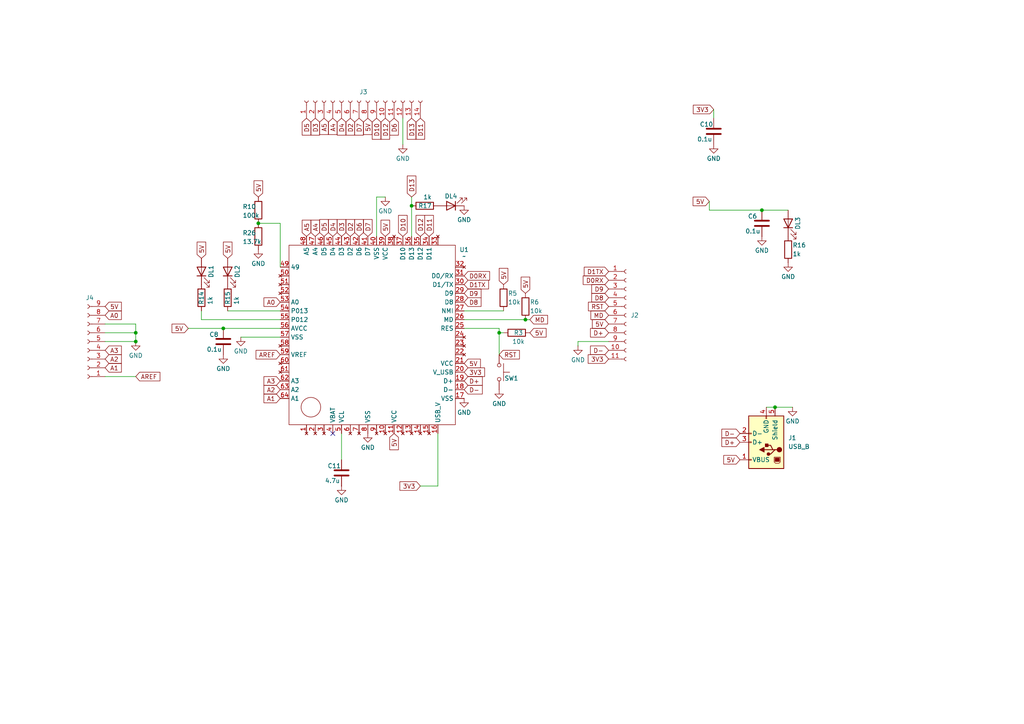
<source format=kicad_sch>
(kicad_sch (version 20231120) (generator "eeschema") (generator_version "8.0")
  (paper "A4")
  (lib_symbols
    (symbol "0Ore:R7FA4M1AB3CFM"
      (property "Reference" "U" (at 0 0 0))
      (symbol "R7FA4M1AB3CFM_0_1"
        (rectangle (start -24.13 57.15) (end 24.13 5.08))
        (circle (center -17.78 10.16) (radius 2.8398))
      )
      (symbol "R7FA4M1AB3CFM_1_1"
        (pin no_connect line (at -19.05 2.54 90) (length 2.54) (name "") (number "1"))
        (pin no_connect line (at 3.81 2.54 90) (length 2.54) (name "") (number "10"))
        (pin unspecified line (at 6.35 2.54 90) (length 2.54) (name "VCC") (number "11"))
        (pin no_connect line (at 8.89 2.54 90) (length 2.54) (name "") (number "12"))
        (pin no_connect line (at 11.43 2.54 90) (length 2.54) (name "") (number "13"))
        (pin no_connect line (at 13.97 2.54 90) (length 2.54) (name "") (number "14"))
        (pin no_connect line (at 16.51 2.54 90) (length 2.54) (name "") (number "15"))
        (pin unspecified line (at 19.05 2.54 90) (length 2.54) (name "USB_V") (number "16"))
        (pin unspecified line (at 26.67 12.7 180) (length 2.54) (name "VSS") (number "17"))
        (pin unspecified line (at 26.67 15.24 180) (length 2.54) (name "D-") (number "18"))
        (pin unspecified line (at 26.67 17.78 180) (length 2.54) (name "D+") (number "19"))
        (pin no_connect line (at -16.51 2.54 90) (length 2.54) (name "") (number "2"))
        (pin unspecified line (at 26.67 20.32 180) (length 2.54) (name "V_USB") (number "20"))
        (pin unspecified line (at 26.67 22.86 180) (length 2.54) (name "VCC") (number "21"))
        (pin no_connect line (at 26.67 25.4 180) (length 2.54) (name "") (number "22"))
        (pin no_connect line (at 26.67 27.94 180) (length 2.54) (name "") (number "23"))
        (pin no_connect line (at 26.67 30.48 180) (length 2.54) (name "") (number "24"))
        (pin unspecified line (at 26.67 33.02 180) (length 2.54) (name "RES") (number "25"))
        (pin unspecified line (at 26.67 35.56 180) (length 2.54) (name "MD") (number "26"))
        (pin unspecified line (at 26.67 38.1 180) (length 2.54) (name "NMI") (number "27"))
        (pin unspecified line (at 26.67 40.64 180) (length 2.54) (name "D8") (number "28"))
        (pin unspecified line (at 26.67 43.18 180) (length 2.54) (name "D9") (number "29"))
        (pin no_connect line (at -13.97 2.54 90) (length 2.54) (name "") (number "3"))
        (pin unspecified line (at 26.67 45.72 180) (length 2.54) (name "D1/TX") (number "30"))
        (pin unspecified line (at 26.67 48.26 180) (length 2.54) (name "D0/RX") (number "31"))
        (pin no_connect line (at 26.67 50.8 180) (length 2.54) (name "") (number "32"))
        (pin no_connect line (at 19.05 59.69 270) (length 2.54) (name "") (number "33"))
        (pin unspecified line (at 16.51 59.69 270) (length 2.54) (name "D11") (number "34"))
        (pin unspecified line (at 13.97 59.69 270) (length 2.54) (name "D12") (number "35"))
        (pin unspecified line (at 11.43 59.69 270) (length 2.54) (name "D13") (number "36"))
        (pin unspecified line (at 8.89 59.69 270) (length 2.54) (name "D10") (number "37"))
        (pin no_connect line (at 6.35 59.69 270) (length 2.54) (name "") (number "38"))
        (pin unspecified line (at 3.81 59.69 270) (length 2.54) (name "VCC") (number "39"))
        (pin unspecified line (at -11.43 2.54 90) (length 2.54) (name "VBAT") (number "4"))
        (pin unspecified line (at 1.27 59.69 270) (length 2.54) (name "VSS") (number "40"))
        (pin unspecified line (at -1.27 59.69 270) (length 2.54) (name "D7") (number "41"))
        (pin unspecified line (at -3.81 59.69 270) (length 2.54) (name "D6") (number "42"))
        (pin unspecified line (at -6.35 59.69 270) (length 2.54) (name "D2") (number "43"))
        (pin unspecified line (at -8.89 59.69 270) (length 2.54) (name "D3") (number "44"))
        (pin unspecified line (at -11.43 59.69 270) (length 2.54) (name "D4") (number "45"))
        (pin unspecified line (at -13.97 59.69 270) (length 2.54) (name "D5") (number "46"))
        (pin unspecified line (at -16.51 59.69 270) (length 2.54) (name "A4") (number "47"))
        (pin unspecified line (at -19.05 59.69 270) (length 2.54) (name "A5") (number "48"))
        (pin unspecified line (at -26.67 50.8 0) (length 2.54) (name "49") (number "49"))
        (pin unspecified line (at -8.89 2.54 90) (length 2.54) (name "VCL") (number "5"))
        (pin no_connect line (at -26.67 48.26 0) (length 2.54) (name "") (number "50"))
        (pin no_connect line (at -26.67 45.72 0) (length 2.54) (name "") (number "51"))
        (pin no_connect line (at -26.67 43.18 0) (length 2.54) (name "") (number "52"))
        (pin unspecified line (at -26.67 40.64 0) (length 2.54) (name "A0") (number "53"))
        (pin unspecified line (at -26.67 38.1 0) (length 2.54) (name "P013") (number "54"))
        (pin unspecified line (at -26.67 35.56 0) (length 2.54) (name "P012") (number "55"))
        (pin unspecified line (at -26.67 33.02 0) (length 2.54) (name "AVCC") (number "56"))
        (pin unspecified line (at -26.67 30.48 0) (length 2.54) (name "VSS") (number "57"))
        (pin no_connect line (at -26.67 27.94 0) (length 2.54) (name "") (number "58"))
        (pin unspecified line (at -26.67 25.4 0) (length 2.54) (name "VREF") (number "59"))
        (pin no_connect line (at -6.35 2.54 90) (length 2.54) (name "") (number "6"))
        (pin no_connect line (at -26.67 22.86 0) (length 2.54) (name "") (number "60"))
        (pin no_connect line (at -26.67 20.32 0) (length 2.54) (name "") (number "61"))
        (pin unspecified line (at -26.67 17.78 0) (length 2.54) (name "A3") (number "62"))
        (pin unspecified line (at -26.67 15.24 0) (length 2.54) (name "A2") (number "63"))
        (pin unspecified line (at -26.67 12.7 0) (length 2.54) (name "A1") (number "64"))
        (pin no_connect line (at -3.81 2.54 90) (length 2.54) (name "") (number "7"))
        (pin unspecified line (at -1.27 2.54 90) (length 2.54) (name "VSS") (number "8"))
        (pin no_connect line (at 1.27 2.54 90) (length 2.54) (name "") (number "9"))
      )
    )
    (symbol "Connector:Conn_01x09_Socket" (pin_names (offset 1.016) hide)
      (property "Reference" "J" (at 0 12.7 0))
      (property "Value" "Conn_01x09_Socket" (at 0 -12.7 0))
      (symbol "Conn_01x09_Socket_1_1"
        (arc (start 0 -9.652) (mid -0.5058 -10.16) (end 0 -10.668) (stroke (width 0.1524)))
        (arc (start 0 -7.112) (mid -0.5058 -7.62) (end 0 -8.128) (stroke (width 0.1524)))
        (arc (start 0 -4.572) (mid -0.5058 -5.08) (end 0 -5.588) (stroke (width 0.1524)))
        (arc (start 0 -2.032) (mid -0.5058 -2.54) (end 0 -3.048) (stroke (width 0.1524)))
        (polyline (pts (xy -1.27 -10.16) (xy -0.508 -10.16)) (stroke (width 0.1524)))
        (polyline (pts (xy -1.27 -7.62) (xy -0.508 -7.62)) (stroke (width 0.1524)))
        (polyline (pts (xy -1.27 -5.08) (xy -0.508 -5.08)) (stroke (width 0.1524)))
        (polyline (pts (xy -1.27 -2.54) (xy -0.508 -2.54)) (stroke (width 0.1524)))
        (polyline (pts (xy -1.27 0) (xy -0.508 0)) (stroke (width 0.1524)))
        (polyline (pts (xy -1.27 2.54) (xy -0.508 2.54)) (stroke (width 0.1524)))
        (polyline (pts (xy -1.27 5.08) (xy -0.508 5.08)) (stroke (width 0.1524)))
        (polyline (pts (xy -1.27 7.62) (xy -0.508 7.62)) (stroke (width 0.1524)))
        (polyline (pts (xy -1.27 10.16) (xy -0.508 10.16)) (stroke (width 0.1524)))
        (arc (start 0 0.508) (mid -0.5058 0) (end 0 -0.508) (stroke (width 0.1524)))
        (arc (start 0 3.048) (mid -0.5058 2.54) (end 0 2.032) (stroke (width 0.1524)))
        (arc (start 0 5.588) (mid -0.5058 5.08) (end 0 4.572) (stroke (width 0.1524)))
        (arc (start 0 8.128) (mid -0.5058 7.62) (end 0 7.112) (stroke (width 0.1524)))
        (arc (start 0 10.668) (mid -0.5058 10.16) (end 0 9.652) (stroke (width 0.1524)))
        (pin passive line (at -5.08 10.16 0) (length 3.81) (name "Pin_1") (number "1"))
        (pin passive line (at -5.08 7.62 0) (length 3.81) (name "Pin_2") (number "2"))
        (pin passive line (at -5.08 5.08 0) (length 3.81) (name "Pin_3") (number "3"))
        (pin passive line (at -5.08 2.54 0) (length 3.81) (name "Pin_4") (number "4"))
        (pin passive line (at -5.08 0 0) (length 3.81) (name "Pin_5") (number "5"))
        (pin passive line (at -5.08 -2.54 0) (length 3.81) (name "Pin_6") (number "6"))
        (pin passive line (at -5.08 -5.08 0) (length 3.81) (name "Pin_7") (number "7"))
        (pin passive line (at -5.08 -7.62 0) (length 3.81) (name "Pin_8") (number "8"))
        (pin passive line (at -5.08 -10.16 0) (length 3.81) (name "Pin_9") (number "9"))
      )
    )
    (symbol "Connector:Conn_01x11_Socket" (pin_names (offset 1.016) hide)
      (property "Reference" "J" (at 0 15.24 0))
      (property "Value" "Conn_01x11_Socket" (at 0 -15.24 0))
      (symbol "Conn_01x11_Socket_1_1"
        (arc (start 0 -12.192) (mid -0.5058 -12.7) (end 0 -13.208) (stroke (width 0.1524)))
        (arc (start 0 -9.652) (mid -0.5058 -10.16) (end 0 -10.668) (stroke (width 0.1524)))
        (arc (start 0 -7.112) (mid -0.5058 -7.62) (end 0 -8.128) (stroke (width 0.1524)))
        (arc (start 0 -4.572) (mid -0.5058 -5.08) (end 0 -5.588) (stroke (width 0.1524)))
        (arc (start 0 -2.032) (mid -0.5058 -2.54) (end 0 -3.048) (stroke (width 0.1524)))
        (polyline (pts (xy -1.27 -12.7) (xy -0.508 -12.7)) (stroke (width 0.1524)))
        (polyline (pts (xy -1.27 -10.16) (xy -0.508 -10.16)) (stroke (width 0.1524)))
        (polyline (pts (xy -1.27 -7.62) (xy -0.508 -7.62)) (stroke (width 0.1524)))
        (polyline (pts (xy -1.27 -5.08) (xy -0.508 -5.08)) (stroke (width 0.1524)))
        (polyline (pts (xy -1.27 -2.54) (xy -0.508 -2.54)) (stroke (width 0.1524)))
        (polyline (pts (xy -1.27 0) (xy -0.508 0)) (stroke (width 0.1524)))
        (polyline (pts (xy -1.27 2.54) (xy -0.508 2.54)) (stroke (width 0.1524)))
        (polyline (pts (xy -1.27 5.08) (xy -0.508 5.08)) (stroke (width 0.1524)))
        (polyline (pts (xy -1.27 7.62) (xy -0.508 7.62)) (stroke (width 0.1524)))
        (polyline (pts (xy -1.27 10.16) (xy -0.508 10.16)) (stroke (width 0.1524)))
        (polyline (pts (xy -1.27 12.7) (xy -0.508 12.7)) (stroke (width 0.1524)))
        (arc (start 0 0.508) (mid -0.5058 0) (end 0 -0.508) (stroke (width 0.1524)))
        (arc (start 0 3.048) (mid -0.5058 2.54) (end 0 2.032) (stroke (width 0.1524)))
        (arc (start 0 5.588) (mid -0.5058 5.08) (end 0 4.572) (stroke (width 0.1524)))
        (arc (start 0 8.128) (mid -0.5058 7.62) (end 0 7.112) (stroke (width 0.1524)))
        (arc (start 0 10.668) (mid -0.5058 10.16) (end 0 9.652) (stroke (width 0.1524)))
        (arc (start 0 13.208) (mid -0.5058 12.7) (end 0 12.192) (stroke (width 0.1524)))
        (pin passive line (at -5.08 12.7 0) (length 3.81) (name "Pin_1") (number "1"))
        (pin passive line (at -5.08 -10.16 0) (length 3.81) (name "Pin_10") (number "10"))
        (pin passive line (at -5.08 -12.7 0) (length 3.81) (name "Pin_11") (number "11"))
        (pin passive line (at -5.08 10.16 0) (length 3.81) (name "Pin_2") (number "2"))
        (pin passive line (at -5.08 7.62 0) (length 3.81) (name "Pin_3") (number "3"))
        (pin passive line (at -5.08 5.08 0) (length 3.81) (name "Pin_4") (number "4"))
        (pin passive line (at -5.08 2.54 0) (length 3.81) (name "Pin_5") (number "5"))
        (pin passive line (at -5.08 0 0) (length 3.81) (name "Pin_6") (number "6"))
        (pin passive line (at -5.08 -2.54 0) (length 3.81) (name "Pin_7") (number "7"))
        (pin passive line (at -5.08 -5.08 0) (length 3.81) (name "Pin_8") (number "8"))
        (pin passive line (at -5.08 -7.62 0) (length 3.81) (name "Pin_9") (number "9"))
      )
    )
    (symbol "Connector:Conn_01x14_Socket" (pin_names (offset 1.016) hide)
      (property "Reference" "J" (at 0 17.78 0))
      (property "Value" "Conn_01x14_Socket" (at 0 -20.32 0))
      (symbol "Conn_01x14_Socket_1_1"
        (arc (start 0 -17.272) (mid -0.5058 -17.78) (end 0 -18.288) (stroke (width 0.1524)))
        (arc (start 0 -14.732) (mid -0.5058 -15.24) (end 0 -15.748) (stroke (width 0.1524)))
        (arc (start 0 -12.192) (mid -0.5058 -12.7) (end 0 -13.208) (stroke (width 0.1524)))
        (arc (start 0 -9.652) (mid -0.5058 -10.16) (end 0 -10.668) (stroke (width 0.1524)))
        (arc (start 0 -7.112) (mid -0.5058 -7.62) (end 0 -8.128) (stroke (width 0.1524)))
        (arc (start 0 -4.572) (mid -0.5058 -5.08) (end 0 -5.588) (stroke (width 0.1524)))
        (arc (start 0 -2.032) (mid -0.5058 -2.54) (end 0 -3.048) (stroke (width 0.1524)))
        (polyline (pts (xy -1.27 -17.78) (xy -0.508 -17.78)) (stroke (width 0.1524)))
        (polyline (pts (xy -1.27 -15.24) (xy -0.508 -15.24)) (stroke (width 0.1524)))
        (polyline (pts (xy -1.27 -12.7) (xy -0.508 -12.7)) (stroke (width 0.1524)))
        (polyline (pts (xy -1.27 -10.16) (xy -0.508 -10.16)) (stroke (width 0.1524)))
        (polyline (pts (xy -1.27 -7.62) (xy -0.508 -7.62)) (stroke (width 0.1524)))
        (polyline (pts (xy -1.27 -5.08) (xy -0.508 -5.08)) (stroke (width 0.1524)))
        (polyline (pts (xy -1.27 -2.54) (xy -0.508 -2.54)) (stroke (width 0.1524)))
        (polyline (pts (xy -1.27 0) (xy -0.508 0)) (stroke (width 0.1524)))
        (polyline (pts (xy -1.27 2.54) (xy -0.508 2.54)) (stroke (width 0.1524)))
        (polyline (pts (xy -1.27 5.08) (xy -0.508 5.08)) (stroke (width 0.1524)))
        (polyline (pts (xy -1.27 7.62) (xy -0.508 7.62)) (stroke (width 0.1524)))
        (polyline (pts (xy -1.27 10.16) (xy -0.508 10.16)) (stroke (width 0.1524)))
        (polyline (pts (xy -1.27 12.7) (xy -0.508 12.7)) (stroke (width 0.1524)))
        (polyline (pts (xy -1.27 15.24) (xy -0.508 15.24)) (stroke (width 0.1524)))
        (arc (start 0 0.508) (mid -0.5058 0) (end 0 -0.508) (stroke (width 0.1524)))
        (arc (start 0 3.048) (mid -0.5058 2.54) (end 0 2.032) (stroke (width 0.1524)))
        (arc (start 0 5.588) (mid -0.5058 5.08) (end 0 4.572) (stroke (width 0.1524)))
        (arc (start 0 8.128) (mid -0.5058 7.62) (end 0 7.112) (stroke (width 0.1524)))
        (arc (start 0 10.668) (mid -0.5058 10.16) (end 0 9.652) (stroke (width 0.1524)))
        (arc (start 0 13.208) (mid -0.5058 12.7) (end 0 12.192) (stroke (width 0.1524)))
        (arc (start 0 15.748) (mid -0.5058 15.24) (end 0 14.732) (stroke (width 0.1524)))
        (pin passive line (at -5.08 15.24 0) (length 3.81) (name "Pin_1") (number "1"))
        (pin passive line (at -5.08 -7.62 0) (length 3.81) (name "Pin_10") (number "10"))
        (pin passive line (at -5.08 -10.16 0) (length 3.81) (name "Pin_11") (number "11"))
        (pin passive line (at -5.08 -12.7 0) (length 3.81) (name "Pin_12") (number "12"))
        (pin passive line (at -5.08 -15.24 0) (length 3.81) (name "Pin_13") (number "13"))
        (pin passive line (at -5.08 -17.78 0) (length 3.81) (name "Pin_14") (number "14"))
        (pin passive line (at -5.08 12.7 0) (length 3.81) (name "Pin_2") (number "2"))
        (pin passive line (at -5.08 10.16 0) (length 3.81) (name "Pin_3") (number "3"))
        (pin passive line (at -5.08 7.62 0) (length 3.81) (name "Pin_4") (number "4"))
        (pin passive line (at -5.08 5.08 0) (length 3.81) (name "Pin_5") (number "5"))
        (pin passive line (at -5.08 2.54 0) (length 3.81) (name "Pin_6") (number "6"))
        (pin passive line (at -5.08 0 0) (length 3.81) (name "Pin_7") (number "7"))
        (pin passive line (at -5.08 -2.54 0) (length 3.81) (name "Pin_8") (number "8"))
        (pin passive line (at -5.08 -5.08 0) (length 3.81) (name "Pin_9") (number "9"))
      )
    )
    (symbol "Connector:USB_B" (pin_names (offset 1.016))
      (property "Reference" "J" (at -5.08 11.43 0))
      (property "Value" "USB_B" (at -5.08 8.89 0))
      (symbol "USB_B_0_1"
        (rectangle (start -5.08 -7.62) (end 5.08 7.62) (stroke (width 0.254)) (fill (type background)))
        (circle (center -3.81 2.159) (radius 0.635) (stroke (width 0.254)) (fill (type outline)))
        (rectangle (start -3.81 5.588) (end -2.54 4.572) (fill (type outline)))
        (circle (center -0.635 3.429) (radius 0.381) (stroke (width 0.254)) (fill (type outline)))
        (rectangle (start -0.127 -7.62) (end 0.127 -6.858))
        (polyline (pts (xy -1.905 2.159) (xy 0.635 2.159)) (stroke (width 0.254)))
        (polyline (pts (xy -3.175 2.159) (xy -2.54 2.159) (xy -1.27 3.429) (xy -0.635 3.429)) (stroke (width 0.254)))
        (polyline (pts (xy -2.54 2.159) (xy -1.905 2.159) (xy -1.27 0.889) (xy 0 0.889)) (stroke (width 0.254)))
        (polyline (pts (xy 0.635 2.794) (xy 0.635 1.524) (xy 1.905 2.159) (xy 0.635 2.794)) (stroke (width 0.254)) (fill (type outline)))
        (polyline (pts (xy -4.064 4.318) (xy -2.286 4.318) (xy -2.286 5.715) (xy -2.667 6.096) (xy -3.683 6.096) (xy -4.064 5.715) (xy -4.064 4.318)))
        (rectangle (start 0.254 1.27) (end -0.508 0.508) (stroke (width 0.254)) (fill (type outline)))
        (rectangle (start 5.08 -2.667) (end 4.318 -2.413))
        (rectangle (start 5.08 -0.127) (end 4.318 0.127))
        (rectangle (start 5.08 4.953) (end 4.318 5.207))
      )
      (symbol "USB_B_1_1"
        (pin power_out line (at 7.62 5.08 180) (length 2.54) (name "VBUS") (number "1"))
        (pin bidirectional line (at 7.62 -2.54 180) (length 2.54) (name "D-") (number "2"))
        (pin bidirectional line (at 7.62 0 180) (length 2.54) (name "D+") (number "3"))
        (pin power_out line (at 0 -10.16 90) (length 2.54) (name "GND") (number "4"))
        (pin passive line (at -2.54 -10.16 90) (length 2.54) (name "Shield") (number "5"))
      )
    )
    (symbol "Device:C" (pin_numbers hide) (pin_names (offset 0.254))
      (property "Reference" "C" (at 0.635 2.54 0))
      (property "Value" "C" (at 0.635 -2.54 0))
      (symbol "C_0_1"
        (polyline (pts (xy -2.032 -0.762) (xy 2.032 -0.762)) (stroke (width 0.508)))
        (polyline (pts (xy -2.032 0.762) (xy 2.032 0.762)) (stroke (width 0.508)))
      )
      (symbol "C_1_1"
        (pin passive line (at 0 3.81 270) (length 2.794) (name "~") (number "1"))
        (pin passive line (at 0 -3.81 90) (length 2.794) (name "~") (number "2"))
      )
    )
    (symbol "Device:LED" (pin_numbers hide) (pin_names (offset 1.016) hide)
      (property "Reference" "D" (at 0 2.54 0))
      (property "Value" "LED" (at 0 -2.54 0))
      (symbol "LED_0_1"
        (polyline (pts (xy -1.27 -1.27) (xy -1.27 1.27)) (stroke (width 0.254)))
        (polyline (pts (xy -1.27 0) (xy 1.27 0)))
        (polyline (pts (xy 1.27 -1.27) (xy 1.27 1.27) (xy -1.27 0) (xy 1.27 -1.27)) (stroke (width 0.254)))
        (polyline (pts (xy -3.048 -0.762) (xy -4.572 -2.286) (xy -3.81 -2.286) (xy -4.572 -2.286) (xy -4.572 -1.524)))
        (polyline (pts (xy -1.778 -0.762) (xy -3.302 -2.286) (xy -2.54 -2.286) (xy -3.302 -2.286) (xy -3.302 -1.524)))
      )
      (symbol "LED_1_1"
        (pin passive line (at -3.81 0 0) (length 2.54) (name "K") (number "1"))
        (pin passive line (at 3.81 0 180) (length 2.54) (name "A") (number "2"))
      )
    )
    (symbol "Device:R" (pin_numbers hide) (pin_names (offset 0))
      (property "Reference" "R" (at 2.032 0 90))
      (property "Value" "R" (at 0 0 90))
      (symbol "R_0_1"
        (rectangle (start -1.016 -2.54) (end 1.016 2.54) (stroke (width 0.254)))
      )
      (symbol "R_1_1"
        (pin passive line (at 0 3.81 270) (length 1.27) (name "~") (number "1"))
        (pin passive line (at 0 -3.81 90) (length 1.27) (name "~") (number "2"))
      )
    )
    (symbol "Switch:SW_Push" (pin_numbers hide) (pin_names (offset 1.016) hide)
      (property "Reference" "SW" (at 1.27 2.54 0))
      (property "Value" "SW_Push" (at 0 -1.524 0))
      (symbol "SW_Push_0_1"
        (circle (center -2.032 0) (radius 0.508))
        (polyline (pts (xy 0 1.27) (xy 0 3.048)))
        (polyline (pts (xy 2.54 1.27) (xy -2.54 1.27)))
        (circle (center 2.032 0) (radius 0.508))
        (pin passive line (at -5.08 0 0) (length 2.54) (name "1") (number "1"))
        (pin passive line (at 5.08 0 180) (length 2.54) (name "2") (number "2"))
      )
    )
    (symbol "power:GND" (power) (pin_numbers hide) (pin_names (offset 0) hide)
      (property "Value" "GND" (at 0 -3.81 0))
      (symbol "GND_0_1"
        (polyline (pts (xy 0 0) (xy 0 -1.27) (xy 1.27 -1.27) (xy 0 -2.54) (xy -1.27 -1.27) (xy 0 -1.27)))
      )
      (symbol "GND_1_1"
        (pin power_in line (at 0 0 270) (length 0) (name "~") (number "1"))
      )
    )
  )
  (junction (at 39.37 96.52))
  (junction (at 119.38 59.69))
  (junction (at 144.78 96.52))
  (junction (at 64.77 95.25))
  (junction (at 152.4 92.71))
  (junction (at 74.93 64.77))
  (junction (at 220.98 60.96))
  (junction (at 224.79 118.11))
  (junction (at 39.37 99.06))
  (no_connect (at 96.52 125.73))
  (wire (pts (xy 176.53 99.06) (xy 167.64 99.06)))
  (wire (pts (xy 127 125.73) (xy 127 140.97)))
  (wire (pts (xy 58.42 92.71) (xy 58.42 90.17)))
  (wire (pts (xy 119.38 57.15) (xy 119.38 59.69)))
  (wire (pts (xy 81.28 92.71) (xy 58.42 92.71)))
  (wire (pts (xy 116.84 34.29) (xy 116.84 41.91)))
  (wire (pts (xy 66.04 90.17) (xy 81.28 90.17)))
  (wire (pts (xy 134.62 95.25) (xy 144.78 95.25)))
  (wire (pts (xy 39.37 96.52) (xy 39.37 99.06)))
  (wire (pts (xy 153.67 92.71) (xy 152.4 92.71)))
  (wire (pts (xy 144.78 96.52) (xy 146.05 96.52)))
  (wire (pts (xy 167.64 99.06) (xy 167.64 100.33)))
  (wire (pts (xy 39.37 93.98) (xy 39.37 96.52)))
  (wire (pts (xy 220.98 60.96) (xy 228.6 60.96)))
  (wire (pts (xy 30.48 99.06) (xy 39.37 99.06)))
  (wire (pts (xy 111.76 57.15) (xy 109.22 57.15)))
  (wire (pts (xy 144.78 96.52) (xy 144.78 102.87)))
  (wire (pts (xy 144.78 95.25) (xy 144.78 96.52)))
  (wire (pts (xy 81.28 77.47) (xy 81.28 64.77)))
  (wire (pts (xy 207.01 31.75) (xy 207.01 34.29)))
  (wire (pts (xy 109.22 57.15) (xy 109.22 68.58)))
  (wire (pts (xy 119.38 59.69) (xy 119.38 68.58)))
  (wire (pts (xy 134.62 90.17) (xy 146.05 90.17)))
  (wire (pts (xy 99.06 125.73) (xy 99.06 133.35)))
  (wire (pts (xy 30.48 93.98) (xy 39.37 93.98)))
  (wire (pts (xy 54.61 95.25) (xy 64.77 95.25)))
  (wire (pts (xy 64.77 95.25) (xy 81.28 95.25)))
  (wire (pts (xy 224.79 118.11) (xy 229.87 118.11)))
  (wire (pts (xy 121.92 140.97) (xy 127 140.97)))
  (wire (pts (xy 69.85 97.79) (xy 81.28 97.79)))
  (wire (pts (xy 30.48 109.22) (xy 39.37 109.22)))
  (wire (pts (xy 205.74 58.42) (xy 205.74 60.96)))
  (wire (pts (xy 205.74 60.96) (xy 220.98 60.96)))
  (wire (pts (xy 74.93 64.77) (xy 81.28 64.77)))
  (wire (pts (xy 222.25 118.11) (xy 224.79 118.11)))
  (wire (pts (xy 152.4 92.71) (xy 134.62 92.71)))
  (wire (pts (xy 30.48 96.52) (xy 39.37 96.52)))
  (global_label "D-" (shape input) (at 134.62 113.03 0) (property "Intersheetrefs" "${INTERSHEET_REFS}" (effects (hide yes))))
  (global_label "5V" (shape input) (at 58.42 74.93 90) (property "Intersheetrefs" "${INTERSHEET_REFS}" (effects (hide yes))))
  (global_label "MD" (shape input) (at 153.67 92.71 0) (property "Intersheetrefs" "${INTERSHEET_REFS}" (effects (hide yes))))
  (global_label "D-" (shape input) (at 176.53 101.6 180) (property "Intersheetrefs" "${INTERSHEET_REFS}" (effects (hide yes))))
  (global_label "A2" (shape input) (at 81.28 113.03 180) (property "Intersheetrefs" "${INTERSHEET_REFS}" (effects (hide yes))))
  (global_label "D13" (shape input) (at 119.38 57.15 90) (property "Intersheetrefs" "${INTERSHEET_REFS}" (effects (hide yes))))
  (global_label "5V" (shape input) (at 114.3 125.73 270) (property "Intersheetrefs" "${INTERSHEET_REFS}" (effects (hide yes))))
  (global_label "D12" (shape input) (at 111.76 34.29 270) (property "Intersheetrefs" "${INTERSHEET_REFS}" (effects (hide yes))))
  (global_label "D4" (shape input) (at 99.06 34.29 270) (property "Intersheetrefs" "${INTERSHEET_REFS}" (effects (hide yes))))
  (global_label "D5" (shape input) (at 93.98 68.58 90) (property "Intersheetrefs" "${INTERSHEET_REFS}" (effects (hide yes))))
  (global_label "A5" (shape input) (at 93.98 34.29 270) (property "Intersheetrefs" "${INTERSHEET_REFS}" (effects (hide yes))))
  (global_label "A3" (shape input) (at 30.48 101.6 0) (property "Intersheetrefs" "${INTERSHEET_REFS}" (effects (hide yes))))
  (global_label "A1" (shape input) (at 30.48 106.68 0) (property "Intersheetrefs" "${INTERSHEET_REFS}" (effects (hide yes))))
  (global_label "D1TX" (shape input) (at 134.62 82.55 0) (property "Intersheetrefs" "${INTERSHEET_REFS}" (effects (hide yes))))
  (global_label "D11" (shape input) (at 121.92 34.29 270) (property "Intersheetrefs" "${INTERSHEET_REFS}" (effects (hide yes))))
  (global_label "D5" (shape input) (at 88.9 34.29 270) (property "Intersheetrefs" "${INTERSHEET_REFS}" (effects (hide yes))))
  (global_label "D7" (shape input) (at 104.14 34.29 270) (property "Intersheetrefs" "${INTERSHEET_REFS}" (effects (hide yes))))
  (global_label "5V" (shape input) (at 205.74 58.42 180) (property "Intersheetrefs" "${INTERSHEET_REFS}" (effects (hide yes))))
  (global_label "A3" (shape input) (at 81.28 110.49 180) (property "Intersheetrefs" "${INTERSHEET_REFS}" (effects (hide yes))))
  (global_label "D11" (shape input) (at 124.46 68.58 90) (property "Intersheetrefs" "${INTERSHEET_REFS}" (effects (hide yes))))
  (global_label "3V3" (shape input) (at 134.62 107.95 0) (property "Intersheetrefs" "${INTERSHEET_REFS}" (effects (hide yes))))
  (global_label "D0RX" (shape input) (at 134.62 80.01 0) (property "Intersheetrefs" "${INTERSHEET_REFS}" (effects (hide yes))))
  (global_label "5V" (shape input) (at 152.4 85.09 90) (property "Intersheetrefs" "${INTERSHEET_REFS}" (effects (hide yes))))
  (global_label "D0RX" (shape input) (at 176.53 81.28 180) (property "Intersheetrefs" "${INTERSHEET_REFS}" (effects (hide yes))))
  (global_label "D4" (shape input) (at 96.52 68.58 90) (property "Intersheetrefs" "${INTERSHEET_REFS}" (effects (hide yes))))
  (global_label "AREF" (shape input) (at 81.28 102.87 180) (property "Intersheetrefs" "${INTERSHEET_REFS}" (effects (hide yes))))
  (global_label "RST" (shape input) (at 176.53 88.9 180) (property "Intersheetrefs" "${INTERSHEET_REFS}" (effects (hide yes))))
  (global_label "3V3" (shape input) (at 176.53 104.14 180) (property "Intersheetrefs" "${INTERSHEET_REFS}" (effects (hide yes))))
  (global_label "D1TX" (shape input) (at 176.53 78.74 180) (property "Intersheetrefs" "${INTERSHEET_REFS}" (effects (hide yes))))
  (global_label "A0" (shape input) (at 30.48 91.44 0) (property "Intersheetrefs" "${INTERSHEET_REFS}" (effects (hide yes))))
  (global_label "D3" (shape input) (at 91.44 34.29 270) (property "Intersheetrefs" "${INTERSHEET_REFS}" (effects (hide yes))))
  (global_label "A5" (shape input) (at 88.9 68.58 90) (property "Intersheetrefs" "${INTERSHEET_REFS}" (effects (hide yes))))
  (global_label "RST" (shape input) (at 144.78 102.87 0) (property "Intersheetrefs" "${INTERSHEET_REFS}" (effects (hide yes))))
  (global_label "AREF" (shape input) (at 39.37 109.22 0) (property "Intersheetrefs" "${INTERSHEET_REFS}" (effects (hide yes))))
  (global_label "5V" (shape input) (at 74.93 57.15 90) (property "Intersheetrefs" "${INTERSHEET_REFS}" (effects (hide yes))))
  (global_label "5V" (shape input) (at 146.05 82.55 90) (property "Intersheetrefs" "${INTERSHEET_REFS}" (effects (hide yes))))
  (global_label "D9" (shape input) (at 134.62 85.09 0) (property "Intersheetrefs" "${INTERSHEET_REFS}" (effects (hide yes))))
  (global_label "5V" (shape input) (at 111.76 68.58 90) (property "Intersheetrefs" "${INTERSHEET_REFS}" (effects (hide yes))))
  (global_label "5V" (shape input) (at 54.61 95.25 180) (property "Intersheetrefs" "${INTERSHEET_REFS}" (effects (hide yes))))
  (global_label "5V" (shape input) (at 106.68 34.29 270) (property "Intersheetrefs" "${INTERSHEET_REFS}" (effects (hide yes))))
  (global_label "D+" (shape input) (at 176.53 96.52 180) (property "Intersheetrefs" "${INTERSHEET_REFS}" (effects (hide yes))))
  (global_label "D2" (shape input) (at 101.6 68.58 90) (property "Intersheetrefs" "${INTERSHEET_REFS}" (effects (hide yes))))
  (global_label "5V" (shape input) (at 214.63 133.35 180) (property "Intersheetrefs" "${INTERSHEET_REFS}" (effects (hide yes))))
  (global_label "5V" (shape input) (at 30.48 88.9 0) (property "Intersheetrefs" "${INTERSHEET_REFS}" (effects (hide yes))))
  (global_label "5V" (shape input) (at 66.04 74.93 90) (property "Intersheetrefs" "${INTERSHEET_REFS}" (effects (hide yes))))
  (global_label "MD" (shape input) (at 176.53 91.44 180) (property "Intersheetrefs" "${INTERSHEET_REFS}" (effects (hide yes))))
  (global_label "D9" (shape input) (at 176.53 83.82 180) (property "Intersheetrefs" "${INTERSHEET_REFS}" (effects (hide yes))))
  (global_label "3V3" (shape input) (at 207.01 31.75 180) (property "Intersheetrefs" "${INTERSHEET_REFS}" (effects (hide yes))))
  (global_label "5V" (shape input) (at 153.67 96.52 0) (property "Intersheetrefs" "${INTERSHEET_REFS}" (effects (hide yes))))
  (global_label "D3" (shape input) (at 99.06 68.58 90) (property "Intersheetrefs" "${INTERSHEET_REFS}" (effects (hide yes))))
  (global_label "D+" (shape input) (at 134.62 110.49 0) (property "Intersheetrefs" "${INTERSHEET_REFS}" (effects (hide yes))))
  (global_label "3V3" (shape input) (at 121.92 140.97 180) (property "Intersheetrefs" "${INTERSHEET_REFS}" (effects (hide yes))))
  (global_label "D7" (shape input) (at 106.68 68.58 90) (property "Intersheetrefs" "${INTERSHEET_REFS}" (effects (hide yes))))
  (global_label "A4" (shape input) (at 91.44 68.58 90) (property "Intersheetrefs" "${INTERSHEET_REFS}" (effects (hide yes))))
  (global_label "D13" (shape input) (at 119.38 34.29 270) (property "Intersheetrefs" "${INTERSHEET_REFS}" (effects (hide yes))))
  (global_label "5V" (shape input) (at 176.53 93.98 180) (property "Intersheetrefs" "${INTERSHEET_REFS}" (effects (hide yes))))
  (global_label "A1" (shape input) (at 81.28 115.57 180) (property "Intersheetrefs" "${INTERSHEET_REFS}" (effects (hide yes))))
  (global_label "5V" (shape input) (at 134.62 105.41 0) (property "Intersheetrefs" "${INTERSHEET_REFS}" (effects (hide yes))))
  (global_label "D6" (shape input) (at 114.3 34.29 270) (property "Intersheetrefs" "${INTERSHEET_REFS}" (effects (hide yes))))
  (global_label "D-" (shape input) (at 214.63 125.73 180) (property "Intersheetrefs" "${INTERSHEET_REFS}" (effects (hide yes))))
  (global_label "A4" (shape input) (at 96.52 34.29 270) (property "Intersheetrefs" "${INTERSHEET_REFS}" (effects (hide yes))))
  (global_label "D10" (shape input) (at 109.22 34.29 270) (property "Intersheetrefs" "${INTERSHEET_REFS}" (effects (hide yes))))
  (global_label "A0" (shape input) (at 81.28 87.63 180) (property "Intersheetrefs" "${INTERSHEET_REFS}" (effects (hide yes))))
  (global_label "D8" (shape input) (at 134.62 87.63 0) (property "Intersheetrefs" "${INTERSHEET_REFS}" (effects (hide yes))))
  (global_label "D8" (shape input) (at 176.53 86.36 180) (property "Intersheetrefs" "${INTERSHEET_REFS}" (effects (hide yes))))
  (global_label "D2" (shape input) (at 101.6 34.29 270) (property "Intersheetrefs" "${INTERSHEET_REFS}" (effects (hide yes))))
  (global_label "A2" (shape input) (at 30.48 104.14 0) (property "Intersheetrefs" "${INTERSHEET_REFS}" (effects (hide yes))))
  (global_label "D6" (shape input) (at 104.14 68.58 90) (property "Intersheetrefs" "${INTERSHEET_REFS}" (effects (hide yes))))
  (global_label "D12" (shape input) (at 121.92 68.58 90) (property "Intersheetrefs" "${INTERSHEET_REFS}" (effects (hide yes))))
  (global_label "D+" (shape input) (at 214.63 128.27 180) (property "Intersheetrefs" "${INTERSHEET_REFS}" (effects (hide yes))))
  (global_label "D10" (shape input) (at 116.84 68.58 90) (property "Intersheetrefs" "${INTERSHEET_REFS}" (effects (hide yes))))
  (symbol (lib_id "Device:C") (at 64.77 99.06 0) (unit 1)
    (property "Reference" "C8" (at 60.706 97.028 0) (effects (justify left)))
    (property "Value" "0.1u" (at 59.944 101.346 0) (effects (justify left)))
    (property "Description" "Unpolarized capacitor" (effects (hide yes)))
  )
  (symbol (lib_id "Connector:Conn_01x11_Socket") (at 181.61 91.44 0) (unit 1)
    (property "Reference" "J2" (at 182.88 91.4399 0) (effects (justify left)))
    (property "Value" "Conn_01x11_Socket" (effects (hide yes)))
    (property "Description" "Generic connector, single row, 01x11, script generated" (effects (hide yes)))
  )
  (symbol (lib_id "Connector:USB_B") (at 222.25 128.27 180) (unit 1)
    (property "Reference" "J1" (at 228.6 126.9999 0) (effects (justify right)))
    (property "Value" "USB_B" (at 228.6 129.5399 0) (effects (justify right)))
    (property "Description" "USB Type B connector" (effects (hide yes)))
  )
  (symbol (lib_id "power:GND") (at 207.01 41.91 0) (unit 1)
    (property "Reference" "#PWR01" (effects (hide yes)))
    (property "Value" "GND" (at 207.01 45.974 0))
    (property "Description" "Power symbol creates a global label with name \"GND\" , ground" (effects (hide yes)))
  )
  (symbol (lib_id "power:GND") (at 99.06 140.97 0) (unit 1)
    (property "Reference" "#PWR02" (effects (hide yes)))
    (property "Value" "GND" (at 99.06 145.034 0))
    (property "Description" "Power symbol creates a global label with name \"GND\" , ground" (effects (hide yes)))
  )
  (symbol (lib_id "power:GND") (at 134.62 115.57 0) (unit 1)
    (property "Reference" "#PWR05" (effects (hide yes)))
    (property "Value" "GND" (at 134.62 119.634 0))
    (property "Description" "Power symbol creates a global label with name \"GND\" , ground" (effects (hide yes)))
  )
  (symbol (lib_id "Device:C") (at 99.06 137.16 0) (unit 1)
    (property "Reference" "C11" (at 94.996 135.128 0) (effects (justify left)))
    (property "Value" "4.7u" (at 94.234 139.446 0) (effects (justify left)))
    (property "Description" "Unpolarized capacitor" (effects (hide yes)))
  )
  (symbol (lib_id "0Ore:R7FA4M1AB3CFM") (at 107.95 128.27 0) (unit 1)
    (property "Reference" "U1" (at 134.62 72.4214 0))
    (property "Value" "~" (at 134.62 74.3265 0))
  )
  (symbol (lib_id "Device:R") (at 58.42 86.36 0) (unit 1)
    (property "Reference" "R14" (at 58.42 88.392 90) (effects (justify left)))
    (property "Value" "1k" (at 60.96 88.392 90) (effects (justify left)))
    (property "Description" "Resistor" (effects (hide yes)))
  )
  (symbol (lib_id "power:GND") (at 64.77 102.87 0) (unit 1)
    (property "Reference" "#PWR018" (effects (hide yes)))
    (property "Value" "GND" (at 64.77 106.934 0))
    (property "Description" "Power symbol creates a global label with name \"GND\" , ground" (effects (hide yes)))
  )
  (symbol (lib_id "Device:LED") (at 66.04 78.74 90) (unit 1)
    (property "Reference" "DL2" (at 68.834 78.74 0))
    (property "Value" "LED" (effects (hide yes)))
    (property "Description" "Light emitting diode" (effects (hide yes)))
  )
  (symbol (lib_id "Device:R") (at 146.05 86.36 0) (unit 1)
    (property "Reference" "R5" (at 147.32 85.09 0) (effects (justify left)))
    (property "Value" "10k" (at 147.32 87.63 0) (effects (justify left)))
    (property "Description" "Resistor" (effects (hide yes)))
  )
  (symbol (lib_id "Connector:Conn_01x14_Socket") (at 104.14 29.21 90) (unit 1)
    (property "Reference" "J3" (at 105.41 26.67 90))
    (property "Value" "Conn_01x14_Socket" (effects (hide yes)))
    (property "Description" "Generic connector, single row, 01x14, script generated" (effects (hide yes)))
  )
  (symbol (lib_id "Device:R") (at 66.04 86.36 0) (unit 1)
    (property "Reference" "R15" (at 66.04 88.392 90) (effects (justify left)))
    (property "Value" "1k" (at 68.58 88.392 90) (effects (justify left)))
    (property "Description" "Resistor" (effects (hide yes)))
  )
  (symbol (lib_id "Device:LED") (at 130.81 59.69 180) (unit 1)
    (property "Reference" "DL4" (at 130.81 56.896 0))
    (property "Value" "LED" (effects (hide yes)))
    (property "Description" "Light emitting diode" (effects (hide yes)))
  )
  (symbol (lib_id "power:GND") (at 167.64 100.33 0) (unit 1)
    (property "Reference" "#PWR012" (effects (hide yes)))
    (property "Value" "GND" (at 167.64 104.394 0))
    (property "Description" "Power symbol creates a global label with name \"GND\" , ground" (effects (hide yes)))
  )
  (symbol (lib_id "Device:R") (at 74.93 60.96 0) (unit 1)
    (property "Reference" "R10" (at 70.358 59.944 0) (effects (justify left)))
    (property "Value" "100k" (at 70.358 62.484 0) (effects (justify left)))
    (property "Description" "Resistor" (effects (hide yes)))
  )
  (symbol (lib_id "Device:LED") (at 228.6 64.77 90) (unit 1)
    (property "Reference" "DL3" (at 231.394 64.77 0))
    (property "Value" "LED" (effects (hide yes)))
    (property "Description" "Light emitting diode" (effects (hide yes)))
  )
  (symbol (lib_id "power:GND") (at 74.93 72.39 0) (unit 1)
    (property "Reference" "#PWR017" (effects (hide yes)))
    (property "Value" "GND" (at 74.93 76.454 0))
    (property "Description" "Power symbol creates a global label with name \"GND\" , ground" (effects (hide yes)))
  )
  (symbol (lib_id "Device:LED") (at 58.42 78.74 90) (unit 1)
    (property "Reference" "DL1" (at 61.214 78.74 0))
    (property "Value" "LED" (effects (hide yes)))
    (property "Description" "Light emitting diode" (effects (hide yes)))
  )
  (symbol (lib_id "power:GND") (at 228.6 76.2 0) (unit 1)
    (property "Reference" "#PWR016" (effects (hide yes)))
    (property "Value" "GND" (at 228.6 80.264 0))
    (property "Description" "Power symbol creates a global label with name \"GND\" , ground" (effects (hide yes)))
  )
  (symbol (lib_id "Switch:SW_Push") (at 144.78 107.95 270) (mirror x) (unit 1)
    (property "Reference" "SW1" (at 150.368 109.728 90) (effects (justify right)))
    (property "Value" "SW_Push" (effects (hide yes)))
    (property "Description" "Push button switch, generic, two pins" (effects (hide yes)))
  )
  (symbol (lib_id "Device:C") (at 220.98 64.77 0) (unit 1)
    (property "Reference" "C6" (at 216.916 62.738 0) (effects (justify left)))
    (property "Value" "0.1u" (at 216.154 67.056 0) (effects (justify left)))
    (property "Description" "Unpolarized capacitor" (effects (hide yes)))
  )
  (symbol (lib_id "power:GND") (at 106.68 125.73 0) (unit 1)
    (property "Reference" "#PWR03" (effects (hide yes)))
    (property "Value" "GND" (at 106.68 129.794 0))
    (property "Description" "Power symbol creates a global label with name \"GND\" , ground" (effects (hide yes)))
  )
  (symbol (lib_id "Device:R") (at 228.6 72.39 0) (unit 1)
    (property "Reference" "R16" (at 229.87 71.12 0) (effects (justify left)))
    (property "Value" "1k" (at 229.87 73.66 0) (effects (justify left)))
    (property "Description" "Resistor" (effects (hide yes)))
  )
  (symbol (lib_id "Device:R") (at 149.86 96.52 90) (unit 1)
    (property "Reference" "R3" (at 150.368 96.52 90))
    (property "Value" "10k" (at 150.368 99.06 90))
    (property "Description" "Resistor" (effects (hide yes)))
  )
  (symbol (lib_id "power:GND") (at 116.84 41.91 0) (unit 1)
    (property "Reference" "#PWR014" (effects (hide yes)))
    (property "Value" "GND" (at 116.84 45.974 0))
    (property "Description" "Power symbol creates a global label with name \"GND\" , ground" (effects (hide yes)))
  )
  (symbol (lib_id "Device:R") (at 152.4 88.9 0) (unit 1)
    (property "Reference" "R6" (at 153.67 87.63 0) (effects (justify left)))
    (property "Value" "10k" (at 153.67 90.17 0) (effects (justify left)))
    (property "Description" "Resistor" (effects (hide yes)))
  )
  (symbol (lib_id "power:GND") (at 134.62 59.69 0) (unit 1)
    (property "Reference" "#PWR013" (effects (hide yes)))
    (property "Value" "GND" (at 134.62 63.754 0))
    (property "Description" "Power symbol creates a global label with name \"GND\" , ground" (effects (hide yes)))
  )
  (symbol (lib_id "power:GND") (at 144.78 113.03 0) (unit 1)
    (property "Reference" "#PWR011" (effects (hide yes)))
    (property "Value" "GND" (at 144.78 117.094 0))
    (property "Description" "Power symbol creates a global label with name \"GND\" , ground" (effects (hide yes)))
  )
  (symbol (lib_id "Device:C") (at 207.01 38.1 0) (unit 1)
    (property "Reference" "C10" (at 202.946 36.068 0) (effects (justify left)))
    (property "Value" "0.1u" (at 202.184 40.386 0) (effects (justify left)))
    (property "Description" "Unpolarized capacitor" (effects (hide yes)))
  )
  (symbol (lib_id "power:GND") (at 39.37 99.06 0) (unit 1)
    (property "Reference" "#PWR020" (effects (hide yes)))
    (property "Value" "GND" (at 39.37 103.124 0))
    (property "Description" "Power symbol creates a global label with name \"GND\" , ground" (effects (hide yes)))
  )
  (symbol (lib_id "power:GND") (at 229.87 118.11 0) (unit 1)
    (property "Reference" "#PWR06" (effects (hide yes)))
    (property "Value" "GND" (at 229.87 122.174 0))
    (property "Description" "Power symbol creates a global label with name \"GND\" , ground" (effects (hide yes)))
  )
  (symbol (lib_id "Device:R") (at 123.19 59.69 90) (unit 1)
    (property "Reference" "R17" (at 125.222 59.69 90) (effects (justify left)))
    (property "Value" "1k" (at 125.222 57.15 90) (effects (justify left)))
    (property "Description" "Resistor" (effects (hide yes)))
  )
  (symbol (lib_id "power:GND") (at 220.98 68.58 0) (unit 1)
    (property "Reference" "#PWR010" (effects (hide yes)))
    (property "Value" "GND" (at 220.98 72.644 0))
    (property "Description" "Power symbol creates a global label with name \"GND\" , ground" (effects (hide yes)))
  )
  (symbol (lib_id "Device:R") (at 74.93 68.58 0) (unit 1)
    (property "Reference" "R26" (at 70.358 67.564 0) (effects (justify left)))
    (property "Value" "13.7k" (at 70.358 70.104 0) (effects (justify left)))
    (property "Description" "Resistor" (effects (hide yes)))
  )
  (symbol (lib_id "Connector:Conn_01x09_Socket") (at 25.4 99.06 180) (unit 1)
    (property "Reference" "J4" (at 26.035 86.36 0))
    (property "Value" "Conn_01x09_Socket" (effects (hide yes)))
    (property "Description" "Generic connector, single row, 01x09, script generated" (effects (hide yes)))
  )
  (symbol (lib_id "power:GND") (at 69.85 97.79 0) (unit 1)
    (property "Reference" "#PWR019" (effects (hide yes)))
    (property "Value" "GND" (at 69.85 101.854 0))
    (property "Description" "Power symbol creates a global label with name \"GND\" , ground" (effects (hide yes)))
  )
  (symbol (lib_id "power:GND") (at 111.76 57.15 0) (unit 1)
    (property "Reference" "#PWR015" (effects (hide yes)))
    (property "Value" "GND" (at 111.76 61.214 0))
    (property "Description" "Power symbol creates a global label with name \"GND\" , ground" (effects (hide yes)))
  )
)
</source>
